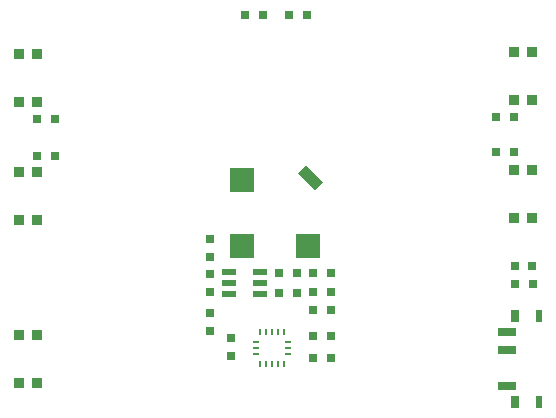
<source format=gtp>
G75*
%MOIN*%
%OFA0B0*%
%FSLAX25Y25*%
%IPPOS*%
%LPD*%
%AMOC8*
5,1,8,0,0,1.08239X$1,22.5*
%
%ADD10R,0.03543X0.03543*%
%ADD11R,0.03150X0.03150*%
%ADD12R,0.00984X0.01969*%
%ADD13R,0.01969X0.00984*%
%ADD14R,0.05906X0.02756*%
%ADD15R,0.02362X0.03937*%
%ADD16R,0.03150X0.03937*%
%ADD17R,0.07874X0.07874*%
%ADD18R,0.07874X0.03937*%
%ADD19R,0.04724X0.02165*%
D10*
X0018350Y0038329D03*
X0024650Y0038329D03*
X0024650Y0054471D03*
X0018350Y0054471D03*
X0018350Y0092704D03*
X0024650Y0092704D03*
X0024650Y0108846D03*
X0018350Y0108846D03*
X0018350Y0132079D03*
X0024650Y0132079D03*
X0024650Y0148221D03*
X0018350Y0148221D03*
X0183350Y0148846D03*
X0189650Y0148846D03*
X0189650Y0132704D03*
X0183350Y0132704D03*
X0183350Y0109471D03*
X0189650Y0109471D03*
X0189650Y0093329D03*
X0183350Y0093329D03*
D11*
X0183747Y0077300D03*
X0189653Y0077300D03*
X0189700Y0071300D03*
X0183700Y0071300D03*
X0183500Y0115300D03*
X0177500Y0115300D03*
X0177500Y0127000D03*
X0183500Y0127000D03*
X0122450Y0075000D03*
X0116450Y0075000D03*
X0111200Y0075000D03*
X0105200Y0075000D03*
X0105100Y0068500D03*
X0111100Y0068500D03*
X0116450Y0068600D03*
X0122450Y0068600D03*
X0122450Y0062600D03*
X0116450Y0062600D03*
X0116450Y0054200D03*
X0122450Y0054200D03*
X0122450Y0046700D03*
X0116450Y0046700D03*
X0089200Y0047350D03*
X0089200Y0053350D03*
X0082300Y0055600D03*
X0082300Y0061600D03*
X0082200Y0068700D03*
X0082200Y0074700D03*
X0082200Y0080500D03*
X0082200Y0086500D03*
X0030500Y0114200D03*
X0024500Y0114200D03*
X0024500Y0126400D03*
X0030500Y0126400D03*
X0093772Y0161150D03*
X0099678Y0161150D03*
X0108600Y0161150D03*
X0114600Y0161150D03*
D12*
X0106837Y0055465D03*
X0104869Y0055465D03*
X0102900Y0055465D03*
X0100931Y0055465D03*
X0098963Y0055465D03*
X0098963Y0044835D03*
X0100931Y0044835D03*
X0102900Y0044835D03*
X0104869Y0044835D03*
X0106837Y0044835D03*
D13*
X0108215Y0048181D03*
X0108215Y0050150D03*
X0108215Y0052119D03*
X0097585Y0052119D03*
X0097585Y0050150D03*
X0097585Y0048181D03*
D14*
X0181110Y0049353D03*
X0181110Y0055258D03*
X0181110Y0037542D03*
D15*
X0191937Y0032030D03*
X0191937Y0060770D03*
D16*
X0183669Y0060770D03*
X0183669Y0032030D03*
D17*
X0114924Y0084076D03*
X0092876Y0084076D03*
X0092876Y0106124D03*
D18*
G36*
X0117103Y0102736D02*
X0111536Y0108303D01*
X0114319Y0111086D01*
X0119886Y0105519D01*
X0117103Y0102736D01*
G37*
D19*
X0098818Y0075440D03*
X0098818Y0071700D03*
X0098818Y0067960D03*
X0088582Y0067960D03*
X0088582Y0071700D03*
X0088582Y0075440D03*
M02*

</source>
